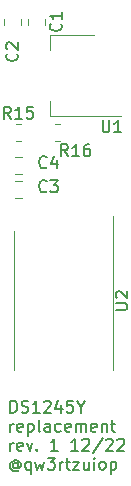
<source format=gbr>
%TF.GenerationSoftware,KiCad,Pcbnew,(6.0.10)*%
%TF.CreationDate,2022-12-29T18:40:38+01:00*%
%TF.ProjectId,DS1245Y_FRAM,44533132-3435-4595-9f46-52414d2e6b69,rev?*%
%TF.SameCoordinates,Original*%
%TF.FileFunction,Legend,Top*%
%TF.FilePolarity,Positive*%
%FSLAX46Y46*%
G04 Gerber Fmt 4.6, Leading zero omitted, Abs format (unit mm)*
G04 Created by KiCad (PCBNEW (6.0.10)) date 2022-12-29 18:40:38*
%MOMM*%
%LPD*%
G01*
G04 APERTURE LIST*
%ADD10C,0.150000*%
%ADD11C,0.120000*%
G04 APERTURE END LIST*
D10*
X53929595Y-84397380D02*
X53929595Y-83397380D01*
X54167690Y-83397380D01*
X54310547Y-83445000D01*
X54405785Y-83540238D01*
X54453404Y-83635476D01*
X54501023Y-83825952D01*
X54501023Y-83968809D01*
X54453404Y-84159285D01*
X54405785Y-84254523D01*
X54310547Y-84349761D01*
X54167690Y-84397380D01*
X53929595Y-84397380D01*
X54881976Y-84349761D02*
X55024833Y-84397380D01*
X55262928Y-84397380D01*
X55358166Y-84349761D01*
X55405785Y-84302142D01*
X55453404Y-84206904D01*
X55453404Y-84111666D01*
X55405785Y-84016428D01*
X55358166Y-83968809D01*
X55262928Y-83921190D01*
X55072452Y-83873571D01*
X54977214Y-83825952D01*
X54929595Y-83778333D01*
X54881976Y-83683095D01*
X54881976Y-83587857D01*
X54929595Y-83492619D01*
X54977214Y-83445000D01*
X55072452Y-83397380D01*
X55310547Y-83397380D01*
X55453404Y-83445000D01*
X56405785Y-84397380D02*
X55834357Y-84397380D01*
X56120071Y-84397380D02*
X56120071Y-83397380D01*
X56024833Y-83540238D01*
X55929595Y-83635476D01*
X55834357Y-83683095D01*
X56786738Y-83492619D02*
X56834357Y-83445000D01*
X56929595Y-83397380D01*
X57167690Y-83397380D01*
X57262928Y-83445000D01*
X57310547Y-83492619D01*
X57358166Y-83587857D01*
X57358166Y-83683095D01*
X57310547Y-83825952D01*
X56739119Y-84397380D01*
X57358166Y-84397380D01*
X58215309Y-83730714D02*
X58215309Y-84397380D01*
X57977214Y-83349761D02*
X57739119Y-84064047D01*
X58358166Y-84064047D01*
X59215309Y-83397380D02*
X58739119Y-83397380D01*
X58691500Y-83873571D01*
X58739119Y-83825952D01*
X58834357Y-83778333D01*
X59072452Y-83778333D01*
X59167690Y-83825952D01*
X59215309Y-83873571D01*
X59262928Y-83968809D01*
X59262928Y-84206904D01*
X59215309Y-84302142D01*
X59167690Y-84349761D01*
X59072452Y-84397380D01*
X58834357Y-84397380D01*
X58739119Y-84349761D01*
X58691500Y-84302142D01*
X59881976Y-83921190D02*
X59881976Y-84397380D01*
X59548642Y-83397380D02*
X59881976Y-83921190D01*
X60215309Y-83397380D01*
X53929595Y-86007380D02*
X53929595Y-85340714D01*
X53929595Y-85531190D02*
X53977214Y-85435952D01*
X54024833Y-85388333D01*
X54120071Y-85340714D01*
X54215309Y-85340714D01*
X54929595Y-85959761D02*
X54834357Y-86007380D01*
X54643880Y-86007380D01*
X54548642Y-85959761D01*
X54501023Y-85864523D01*
X54501023Y-85483571D01*
X54548642Y-85388333D01*
X54643880Y-85340714D01*
X54834357Y-85340714D01*
X54929595Y-85388333D01*
X54977214Y-85483571D01*
X54977214Y-85578809D01*
X54501023Y-85674047D01*
X55405785Y-85340714D02*
X55405785Y-86340714D01*
X55405785Y-85388333D02*
X55501023Y-85340714D01*
X55691500Y-85340714D01*
X55786738Y-85388333D01*
X55834357Y-85435952D01*
X55881976Y-85531190D01*
X55881976Y-85816904D01*
X55834357Y-85912142D01*
X55786738Y-85959761D01*
X55691500Y-86007380D01*
X55501023Y-86007380D01*
X55405785Y-85959761D01*
X56453404Y-86007380D02*
X56358166Y-85959761D01*
X56310547Y-85864523D01*
X56310547Y-85007380D01*
X57262928Y-86007380D02*
X57262928Y-85483571D01*
X57215309Y-85388333D01*
X57120071Y-85340714D01*
X56929595Y-85340714D01*
X56834357Y-85388333D01*
X57262928Y-85959761D02*
X57167690Y-86007380D01*
X56929595Y-86007380D01*
X56834357Y-85959761D01*
X56786738Y-85864523D01*
X56786738Y-85769285D01*
X56834357Y-85674047D01*
X56929595Y-85626428D01*
X57167690Y-85626428D01*
X57262928Y-85578809D01*
X58167690Y-85959761D02*
X58072452Y-86007380D01*
X57881976Y-86007380D01*
X57786738Y-85959761D01*
X57739119Y-85912142D01*
X57691500Y-85816904D01*
X57691500Y-85531190D01*
X57739119Y-85435952D01*
X57786738Y-85388333D01*
X57881976Y-85340714D01*
X58072452Y-85340714D01*
X58167690Y-85388333D01*
X58977214Y-85959761D02*
X58881976Y-86007380D01*
X58691500Y-86007380D01*
X58596261Y-85959761D01*
X58548642Y-85864523D01*
X58548642Y-85483571D01*
X58596261Y-85388333D01*
X58691500Y-85340714D01*
X58881976Y-85340714D01*
X58977214Y-85388333D01*
X59024833Y-85483571D01*
X59024833Y-85578809D01*
X58548642Y-85674047D01*
X59453404Y-86007380D02*
X59453404Y-85340714D01*
X59453404Y-85435952D02*
X59501023Y-85388333D01*
X59596261Y-85340714D01*
X59739119Y-85340714D01*
X59834357Y-85388333D01*
X59881976Y-85483571D01*
X59881976Y-86007380D01*
X59881976Y-85483571D02*
X59929595Y-85388333D01*
X60024833Y-85340714D01*
X60167690Y-85340714D01*
X60262928Y-85388333D01*
X60310547Y-85483571D01*
X60310547Y-86007380D01*
X61167690Y-85959761D02*
X61072452Y-86007380D01*
X60881976Y-86007380D01*
X60786738Y-85959761D01*
X60739119Y-85864523D01*
X60739119Y-85483571D01*
X60786738Y-85388333D01*
X60881976Y-85340714D01*
X61072452Y-85340714D01*
X61167690Y-85388333D01*
X61215309Y-85483571D01*
X61215309Y-85578809D01*
X60739119Y-85674047D01*
X61643880Y-85340714D02*
X61643880Y-86007380D01*
X61643880Y-85435952D02*
X61691500Y-85388333D01*
X61786738Y-85340714D01*
X61929595Y-85340714D01*
X62024833Y-85388333D01*
X62072452Y-85483571D01*
X62072452Y-86007380D01*
X62405785Y-85340714D02*
X62786738Y-85340714D01*
X62548642Y-85007380D02*
X62548642Y-85864523D01*
X62596261Y-85959761D01*
X62691500Y-86007380D01*
X62786738Y-86007380D01*
X53929595Y-87617380D02*
X53929595Y-86950714D01*
X53929595Y-87141190D02*
X53977214Y-87045952D01*
X54024833Y-86998333D01*
X54120071Y-86950714D01*
X54215309Y-86950714D01*
X54929595Y-87569761D02*
X54834357Y-87617380D01*
X54643880Y-87617380D01*
X54548642Y-87569761D01*
X54501023Y-87474523D01*
X54501023Y-87093571D01*
X54548642Y-86998333D01*
X54643880Y-86950714D01*
X54834357Y-86950714D01*
X54929595Y-86998333D01*
X54977214Y-87093571D01*
X54977214Y-87188809D01*
X54501023Y-87284047D01*
X55310547Y-86950714D02*
X55548642Y-87617380D01*
X55786738Y-86950714D01*
X56167690Y-87522142D02*
X56215309Y-87569761D01*
X56167690Y-87617380D01*
X56120071Y-87569761D01*
X56167690Y-87522142D01*
X56167690Y-87617380D01*
X57929595Y-87617380D02*
X57358166Y-87617380D01*
X57643880Y-87617380D02*
X57643880Y-86617380D01*
X57548642Y-86760238D01*
X57453404Y-86855476D01*
X57358166Y-86903095D01*
X59643880Y-87617380D02*
X59072452Y-87617380D01*
X59358166Y-87617380D02*
X59358166Y-86617380D01*
X59262928Y-86760238D01*
X59167690Y-86855476D01*
X59072452Y-86903095D01*
X60024833Y-86712619D02*
X60072452Y-86665000D01*
X60167690Y-86617380D01*
X60405785Y-86617380D01*
X60501023Y-86665000D01*
X60548642Y-86712619D01*
X60596261Y-86807857D01*
X60596261Y-86903095D01*
X60548642Y-87045952D01*
X59977214Y-87617380D01*
X60596261Y-87617380D01*
X61739119Y-86569761D02*
X60881976Y-87855476D01*
X62024833Y-86712619D02*
X62072452Y-86665000D01*
X62167690Y-86617380D01*
X62405785Y-86617380D01*
X62501023Y-86665000D01*
X62548642Y-86712619D01*
X62596261Y-86807857D01*
X62596261Y-86903095D01*
X62548642Y-87045952D01*
X61977214Y-87617380D01*
X62596261Y-87617380D01*
X62977214Y-86712619D02*
X63024833Y-86665000D01*
X63120071Y-86617380D01*
X63358166Y-86617380D01*
X63453404Y-86665000D01*
X63501023Y-86712619D01*
X63548642Y-86807857D01*
X63548642Y-86903095D01*
X63501023Y-87045952D01*
X62929595Y-87617380D01*
X63548642Y-87617380D01*
X54548642Y-88751190D02*
X54501023Y-88703571D01*
X54405785Y-88655952D01*
X54310547Y-88655952D01*
X54215309Y-88703571D01*
X54167690Y-88751190D01*
X54120071Y-88846428D01*
X54120071Y-88941666D01*
X54167690Y-89036904D01*
X54215309Y-89084523D01*
X54310547Y-89132142D01*
X54405785Y-89132142D01*
X54501023Y-89084523D01*
X54548642Y-89036904D01*
X54548642Y-88655952D02*
X54548642Y-89036904D01*
X54596261Y-89084523D01*
X54643880Y-89084523D01*
X54739119Y-89036904D01*
X54786738Y-88941666D01*
X54786738Y-88703571D01*
X54691500Y-88560714D01*
X54548642Y-88465476D01*
X54358166Y-88417857D01*
X54167690Y-88465476D01*
X54024833Y-88560714D01*
X53929595Y-88703571D01*
X53881976Y-88894047D01*
X53929595Y-89084523D01*
X54024833Y-89227380D01*
X54167690Y-89322619D01*
X54358166Y-89370238D01*
X54548642Y-89322619D01*
X54691500Y-89227380D01*
X55643880Y-88560714D02*
X55643880Y-89560714D01*
X55643880Y-89179761D02*
X55548642Y-89227380D01*
X55358166Y-89227380D01*
X55262928Y-89179761D01*
X55215309Y-89132142D01*
X55167690Y-89036904D01*
X55167690Y-88751190D01*
X55215309Y-88655952D01*
X55262928Y-88608333D01*
X55358166Y-88560714D01*
X55548642Y-88560714D01*
X55643880Y-88608333D01*
X56024833Y-88560714D02*
X56215309Y-89227380D01*
X56405785Y-88751190D01*
X56596261Y-89227380D01*
X56786738Y-88560714D01*
X57072452Y-88227380D02*
X57691500Y-88227380D01*
X57358166Y-88608333D01*
X57501023Y-88608333D01*
X57596261Y-88655952D01*
X57643880Y-88703571D01*
X57691500Y-88798809D01*
X57691500Y-89036904D01*
X57643880Y-89132142D01*
X57596261Y-89179761D01*
X57501023Y-89227380D01*
X57215309Y-89227380D01*
X57120071Y-89179761D01*
X57072452Y-89132142D01*
X58120071Y-89227380D02*
X58120071Y-88560714D01*
X58120071Y-88751190D02*
X58167690Y-88655952D01*
X58215309Y-88608333D01*
X58310547Y-88560714D01*
X58405785Y-88560714D01*
X58596261Y-88560714D02*
X58977214Y-88560714D01*
X58739119Y-88227380D02*
X58739119Y-89084523D01*
X58786738Y-89179761D01*
X58881976Y-89227380D01*
X58977214Y-89227380D01*
X59215309Y-88560714D02*
X59739119Y-88560714D01*
X59215309Y-89227380D01*
X59739119Y-89227380D01*
X60548642Y-88560714D02*
X60548642Y-89227380D01*
X60120071Y-88560714D02*
X60120071Y-89084523D01*
X60167690Y-89179761D01*
X60262928Y-89227380D01*
X60405785Y-89227380D01*
X60501023Y-89179761D01*
X60548642Y-89132142D01*
X61024833Y-89227380D02*
X61024833Y-88560714D01*
X61024833Y-88227380D02*
X60977214Y-88275000D01*
X61024833Y-88322619D01*
X61072452Y-88275000D01*
X61024833Y-88227380D01*
X61024833Y-88322619D01*
X61643880Y-89227380D02*
X61548642Y-89179761D01*
X61501023Y-89132142D01*
X61453404Y-89036904D01*
X61453404Y-88751190D01*
X61501023Y-88655952D01*
X61548642Y-88608333D01*
X61643880Y-88560714D01*
X61786738Y-88560714D01*
X61881976Y-88608333D01*
X61929595Y-88655952D01*
X61977214Y-88751190D01*
X61977214Y-89036904D01*
X61929595Y-89132142D01*
X61881976Y-89179761D01*
X61786738Y-89227380D01*
X61643880Y-89227380D01*
X62405785Y-88560714D02*
X62405785Y-89560714D01*
X62405785Y-88608333D02*
X62501023Y-88560714D01*
X62691500Y-88560714D01*
X62786738Y-88608333D01*
X62834357Y-88655952D01*
X62881976Y-88751190D01*
X62881976Y-89036904D01*
X62834357Y-89132142D01*
X62786738Y-89179761D01*
X62691500Y-89227380D01*
X62501023Y-89227380D01*
X62405785Y-89179761D01*
%TO.C,C2*%
X54459142Y-54014666D02*
X54506761Y-54062285D01*
X54554380Y-54205142D01*
X54554380Y-54300380D01*
X54506761Y-54443238D01*
X54411523Y-54538476D01*
X54316285Y-54586095D01*
X54125809Y-54633714D01*
X53982952Y-54633714D01*
X53792476Y-54586095D01*
X53697238Y-54538476D01*
X53602000Y-54443238D01*
X53554380Y-54300380D01*
X53554380Y-54205142D01*
X53602000Y-54062285D01*
X53649619Y-54014666D01*
X53649619Y-53633714D02*
X53602000Y-53586095D01*
X53554380Y-53490857D01*
X53554380Y-53252761D01*
X53602000Y-53157523D01*
X53649619Y-53109904D01*
X53744857Y-53062285D01*
X53840095Y-53062285D01*
X53982952Y-53109904D01*
X54554380Y-53681333D01*
X54554380Y-53062285D01*
%TO.C,R16*%
X58793142Y-62682380D02*
X58459809Y-62206190D01*
X58221714Y-62682380D02*
X58221714Y-61682380D01*
X58602666Y-61682380D01*
X58697904Y-61730000D01*
X58745523Y-61777619D01*
X58793142Y-61872857D01*
X58793142Y-62015714D01*
X58745523Y-62110952D01*
X58697904Y-62158571D01*
X58602666Y-62206190D01*
X58221714Y-62206190D01*
X59745523Y-62682380D02*
X59174095Y-62682380D01*
X59459809Y-62682380D02*
X59459809Y-61682380D01*
X59364571Y-61825238D01*
X59269333Y-61920476D01*
X59174095Y-61968095D01*
X60602666Y-61682380D02*
X60412190Y-61682380D01*
X60316952Y-61730000D01*
X60269333Y-61777619D01*
X60174095Y-61920476D01*
X60126476Y-62110952D01*
X60126476Y-62491904D01*
X60174095Y-62587142D01*
X60221714Y-62634761D01*
X60316952Y-62682380D01*
X60507428Y-62682380D01*
X60602666Y-62634761D01*
X60650285Y-62587142D01*
X60697904Y-62491904D01*
X60697904Y-62253809D01*
X60650285Y-62158571D01*
X60602666Y-62110952D01*
X60507428Y-62063333D01*
X60316952Y-62063333D01*
X60221714Y-62110952D01*
X60174095Y-62158571D01*
X60126476Y-62253809D01*
%TO.C,C4*%
X56983333Y-63603142D02*
X56935714Y-63650761D01*
X56792857Y-63698380D01*
X56697619Y-63698380D01*
X56554761Y-63650761D01*
X56459523Y-63555523D01*
X56411904Y-63460285D01*
X56364285Y-63269809D01*
X56364285Y-63126952D01*
X56411904Y-62936476D01*
X56459523Y-62841238D01*
X56554761Y-62746000D01*
X56697619Y-62698380D01*
X56792857Y-62698380D01*
X56935714Y-62746000D01*
X56983333Y-62793619D01*
X57840476Y-63031714D02*
X57840476Y-63698380D01*
X57602380Y-62650761D02*
X57364285Y-63365047D01*
X57983333Y-63365047D01*
%TO.C,U2*%
X62822380Y-75691904D02*
X63631904Y-75691904D01*
X63727142Y-75644285D01*
X63774761Y-75596666D01*
X63822380Y-75501428D01*
X63822380Y-75310952D01*
X63774761Y-75215714D01*
X63727142Y-75168095D01*
X63631904Y-75120476D01*
X62822380Y-75120476D01*
X62917619Y-74691904D02*
X62870000Y-74644285D01*
X62822380Y-74549047D01*
X62822380Y-74310952D01*
X62870000Y-74215714D01*
X62917619Y-74168095D01*
X63012857Y-74120476D01*
X63108095Y-74120476D01*
X63250952Y-74168095D01*
X63822380Y-74739523D01*
X63822380Y-74120476D01*
%TO.C,C1*%
X58171142Y-51474666D02*
X58218761Y-51522285D01*
X58266380Y-51665142D01*
X58266380Y-51760380D01*
X58218761Y-51903238D01*
X58123523Y-51998476D01*
X58028285Y-52046095D01*
X57837809Y-52093714D01*
X57694952Y-52093714D01*
X57504476Y-52046095D01*
X57409238Y-51998476D01*
X57314000Y-51903238D01*
X57266380Y-51760380D01*
X57266380Y-51665142D01*
X57314000Y-51522285D01*
X57361619Y-51474666D01*
X58266380Y-50522285D02*
X58266380Y-51093714D01*
X58266380Y-50808000D02*
X57266380Y-50808000D01*
X57409238Y-50903238D01*
X57504476Y-50998476D01*
X57552095Y-51093714D01*
%TO.C,C3*%
X56983333Y-65635142D02*
X56935714Y-65682761D01*
X56792857Y-65730380D01*
X56697619Y-65730380D01*
X56554761Y-65682761D01*
X56459523Y-65587523D01*
X56411904Y-65492285D01*
X56364285Y-65301809D01*
X56364285Y-65158952D01*
X56411904Y-64968476D01*
X56459523Y-64873238D01*
X56554761Y-64778000D01*
X56697619Y-64730380D01*
X56792857Y-64730380D01*
X56935714Y-64778000D01*
X56983333Y-64825619D01*
X57316666Y-64730380D02*
X57935714Y-64730380D01*
X57602380Y-65111333D01*
X57745238Y-65111333D01*
X57840476Y-65158952D01*
X57888095Y-65206571D01*
X57935714Y-65301809D01*
X57935714Y-65539904D01*
X57888095Y-65635142D01*
X57840476Y-65682761D01*
X57745238Y-65730380D01*
X57459523Y-65730380D01*
X57364285Y-65682761D01*
X57316666Y-65635142D01*
%TO.C,U1*%
X61722095Y-59650380D02*
X61722095Y-60459904D01*
X61769714Y-60555142D01*
X61817333Y-60602761D01*
X61912571Y-60650380D01*
X62103047Y-60650380D01*
X62198285Y-60602761D01*
X62245904Y-60555142D01*
X62293523Y-60459904D01*
X62293523Y-59650380D01*
X63293523Y-60650380D02*
X62722095Y-60650380D01*
X63007809Y-60650380D02*
X63007809Y-59650380D01*
X62912571Y-59793238D01*
X62817333Y-59888476D01*
X62722095Y-59936095D01*
%TO.C,R15*%
X53967142Y-59508380D02*
X53633809Y-59032190D01*
X53395714Y-59508380D02*
X53395714Y-58508380D01*
X53776666Y-58508380D01*
X53871904Y-58556000D01*
X53919523Y-58603619D01*
X53967142Y-58698857D01*
X53967142Y-58841714D01*
X53919523Y-58936952D01*
X53871904Y-58984571D01*
X53776666Y-59032190D01*
X53395714Y-59032190D01*
X54919523Y-59508380D02*
X54348095Y-59508380D01*
X54633809Y-59508380D02*
X54633809Y-58508380D01*
X54538571Y-58651238D01*
X54443333Y-58746476D01*
X54348095Y-58794095D01*
X55824285Y-58508380D02*
X55348095Y-58508380D01*
X55300476Y-58984571D01*
X55348095Y-58936952D01*
X55443333Y-58889333D01*
X55681428Y-58889333D01*
X55776666Y-58936952D01*
X55824285Y-58984571D01*
X55871904Y-59079809D01*
X55871904Y-59317904D01*
X55824285Y-59413142D01*
X55776666Y-59460761D01*
X55681428Y-59508380D01*
X55443333Y-59508380D01*
X55348095Y-59460761D01*
X55300476Y-59413142D01*
D11*
%TO.C,C2*%
X54837000Y-51046748D02*
X54837000Y-51569252D01*
X53367000Y-51046748D02*
X53367000Y-51569252D01*
%TO.C,R16*%
X57684936Y-61441000D02*
X58139064Y-61441000D01*
X57684936Y-59971000D02*
X58139064Y-59971000D01*
%TO.C,C4*%
X54348748Y-64235000D02*
X54871252Y-64235000D01*
X54348748Y-62765000D02*
X54871252Y-62765000D01*
%TO.C,U2*%
X54260000Y-74930000D02*
X54260000Y-69030000D01*
X62580000Y-74930000D02*
X62580000Y-80830000D01*
X54260000Y-74930000D02*
X54260000Y-80830000D01*
X62580000Y-74930000D02*
X62580000Y-67730000D01*
%TO.C,C1*%
X56869000Y-51046748D02*
X56869000Y-51569252D01*
X55399000Y-51046748D02*
X55399000Y-51569252D01*
%TO.C,C3*%
X54348748Y-66267000D02*
X54871252Y-66267000D01*
X54348748Y-64797000D02*
X54871252Y-64797000D01*
%TO.C,U1*%
X63282000Y-59290000D02*
X57272000Y-59290000D01*
X57272000Y-59290000D02*
X57272000Y-58030000D01*
X61032000Y-52470000D02*
X57272000Y-52470000D01*
X57272000Y-52470000D02*
X57272000Y-53730000D01*
%TO.C,R15*%
X54382936Y-61441000D02*
X54837064Y-61441000D01*
X54382936Y-59971000D02*
X54837064Y-59971000D01*
%TD*%
M02*

</source>
